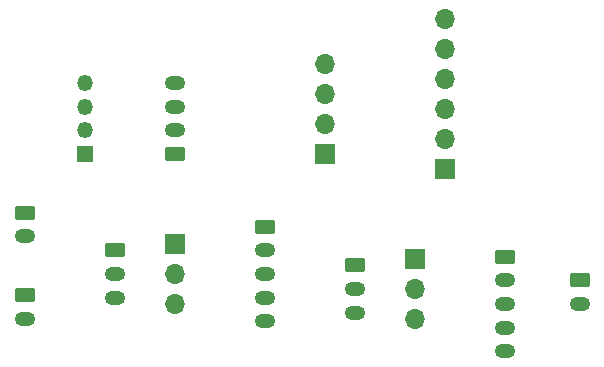
<source format=gbr>
%TF.GenerationSoftware,KiCad,Pcbnew,7.0.5-7.0.5~ubuntu22.04.1*%
%TF.CreationDate,2023-06-17T21:55:33-05:00*%
%TF.ProjectId,power-sensor-breakout,706f7765-722d-4736-956e-736f722d6272,rev?*%
%TF.SameCoordinates,Original*%
%TF.FileFunction,Copper,L1,Top*%
%TF.FilePolarity,Positive*%
%FSLAX46Y46*%
G04 Gerber Fmt 4.6, Leading zero omitted, Abs format (unit mm)*
G04 Created by KiCad (PCBNEW 7.0.5-7.0.5~ubuntu22.04.1) date 2023-06-17 21:55:33*
%MOMM*%
%LPD*%
G01*
G04 APERTURE LIST*
G04 Aperture macros list*
%AMRoundRect*
0 Rectangle with rounded corners*
0 $1 Rounding radius*
0 $2 $3 $4 $5 $6 $7 $8 $9 X,Y pos of 4 corners*
0 Add a 4 corners polygon primitive as box body*
4,1,4,$2,$3,$4,$5,$6,$7,$8,$9,$2,$3,0*
0 Add four circle primitives for the rounded corners*
1,1,$1+$1,$2,$3*
1,1,$1+$1,$4,$5*
1,1,$1+$1,$6,$7*
1,1,$1+$1,$8,$9*
0 Add four rect primitives between the rounded corners*
20,1,$1+$1,$2,$3,$4,$5,0*
20,1,$1+$1,$4,$5,$6,$7,0*
20,1,$1+$1,$6,$7,$8,$9,0*
20,1,$1+$1,$8,$9,$2,$3,0*%
G04 Aperture macros list end*
%TA.AperFunction,ComponentPad*%
%ADD10R,1.700000X1.700000*%
%TD*%
%TA.AperFunction,ComponentPad*%
%ADD11O,1.700000X1.700000*%
%TD*%
%TA.AperFunction,ComponentPad*%
%ADD12O,1.750000X1.200000*%
%TD*%
%TA.AperFunction,ComponentPad*%
%ADD13RoundRect,0.250000X-0.625000X0.350000X-0.625000X-0.350000X0.625000X-0.350000X0.625000X0.350000X0*%
%TD*%
%TA.AperFunction,ComponentPad*%
%ADD14R,1.350000X1.350000*%
%TD*%
%TA.AperFunction,ComponentPad*%
%ADD15O,1.350000X1.350000*%
%TD*%
%TA.AperFunction,ComponentPad*%
%ADD16RoundRect,0.250000X0.625000X-0.350000X0.625000X0.350000X-0.625000X0.350000X-0.625000X-0.350000X0*%
%TD*%
G04 APERTURE END LIST*
D10*
%TO.P,J13,1,Pin_1*%
%TO.N,Net-(J10-Pin_4)*%
X121920000Y-83820000D03*
D11*
%TO.P,J13,2,Pin_2*%
%TO.N,Net-(J10-Pin_3)*%
X121920000Y-81280000D03*
%TO.P,J13,3,Pin_3*%
%TO.N,Net-(J10-Pin_6)*%
X121920000Y-78740000D03*
%TO.P,J13,4,Pin_4*%
%TO.N,GND*%
X121920000Y-76200000D03*
%TD*%
D12*
%TO.P,J2,2,Pin_2*%
%TO.N,GND*%
X96520000Y-97790000D03*
D13*
%TO.P,J2,1,Pin_1*%
%TO.N,VMID*%
X96520000Y-95790000D03*
%TD*%
D11*
%TO.P,J4,3,Pin_3*%
%TO.N,GND*%
X109220000Y-96520000D03*
%TO.P,J4,2,Pin_2*%
%TO.N,VMID*%
X109220000Y-93980000D03*
D10*
%TO.P,J4,1,Pin_1*%
%TO.N,VBATT*%
X109220000Y-91440000D03*
%TD*%
D12*
%TO.P,J3,3,Pin_3*%
%TO.N,GND*%
X104140000Y-95980000D03*
%TO.P,J3,2,Pin_2*%
%TO.N,VMID*%
X104140000Y-93980000D03*
D13*
%TO.P,J3,1,Pin_1*%
%TO.N,VBATT*%
X104140000Y-91980000D03*
%TD*%
%TO.P,J1,1,Pin_1*%
%TO.N,VBATT*%
X96520000Y-88805000D03*
D12*
%TO.P,J1,2,Pin_2*%
%TO.N,VMID*%
X96520000Y-90805000D03*
%TD*%
%TO.P,J5,5,Pin_5*%
%TO.N,GND*%
X116840000Y-97980000D03*
%TO.P,J5,4,Pin_4*%
X116840000Y-95980000D03*
%TO.P,J5,3,Pin_3*%
%TO.N,VMID*%
X116840000Y-93980000D03*
%TO.P,J5,2,Pin_2*%
%TO.N,VBATT*%
X116840000Y-91980000D03*
D13*
%TO.P,J5,1,Pin_1*%
X116840000Y-89980000D03*
%TD*%
D12*
%TO.P,J8,5,Pin_5*%
%TO.N,GND*%
X137160000Y-100520000D03*
%TO.P,J8,4,Pin_4*%
X137160000Y-98520000D03*
%TO.P,J8,3,Pin_3*%
%TO.N,VMID*%
X137160000Y-96520000D03*
%TO.P,J8,2,Pin_2*%
%TO.N,VLOAD*%
X137160000Y-94520000D03*
D13*
%TO.P,J8,1,Pin_1*%
X137160000Y-92520000D03*
%TD*%
D10*
%TO.P,J7,1,Pin_1*%
%TO.N,VLOAD*%
X129540000Y-92710000D03*
D11*
%TO.P,J7,2,Pin_2*%
%TO.N,VMID*%
X129540000Y-95250000D03*
%TO.P,J7,3,Pin_3*%
%TO.N,GND*%
X129540000Y-97790000D03*
%TD*%
D12*
%TO.P,J6,3,Pin_3*%
%TO.N,GND*%
X124460000Y-97250000D03*
%TO.P,J6,2,Pin_2*%
%TO.N,VMID*%
X124460000Y-95250000D03*
D13*
%TO.P,J6,1,Pin_1*%
%TO.N,VLOAD*%
X124460000Y-93250000D03*
%TD*%
D12*
%TO.P,J9,2,Pin_2*%
%TO.N,GND*%
X143510000Y-96520000D03*
D13*
%TO.P,J9,1,Pin_1*%
%TO.N,VLOAD*%
X143510000Y-94520000D03*
%TD*%
D14*
%TO.P,J12,1,Pin_1*%
%TO.N,Net-(J10-Pin_4)*%
X101600000Y-83820000D03*
D15*
%TO.P,J12,2,Pin_2*%
%TO.N,Net-(J10-Pin_3)*%
X101600000Y-81820000D03*
%TO.P,J12,3,Pin_3*%
%TO.N,Net-(J10-Pin_6)*%
X101600000Y-79820000D03*
%TO.P,J12,4,Pin_4*%
%TO.N,GND*%
X101600000Y-77820000D03*
%TD*%
D16*
%TO.P,J11,1,Pin_1*%
%TO.N,Net-(J10-Pin_4)*%
X109220000Y-83820000D03*
D12*
%TO.P,J11,2,Pin_2*%
%TO.N,Net-(J10-Pin_3)*%
X109220000Y-81820000D03*
%TO.P,J11,3,Pin_3*%
%TO.N,Net-(J10-Pin_6)*%
X109220000Y-79820000D03*
%TO.P,J11,4,Pin_4*%
%TO.N,GND*%
X109220000Y-77820000D03*
%TD*%
D11*
%TO.P,J10,6,VCC*%
%TO.N,Net-(J10-Pin_6)*%
X132080000Y-72390000D03*
%TO.P,J10,5,GND*%
%TO.N,GND*%
X132080000Y-74930000D03*
%TO.P,J10,4,SCL*%
%TO.N,Net-(J10-Pin_4)*%
X132080000Y-77470000D03*
%TO.P,J10,3,SDA*%
%TO.N,Net-(J10-Pin_3)*%
X132080000Y-80010000D03*
%TO.P,J10,2,inm*%
%TO.N,VLOAD*%
X132080000Y-82550000D03*
D10*
%TO.P,J10,1,inp*%
%TO.N,VBATT*%
X132080000Y-85090000D03*
%TD*%
M02*

</source>
